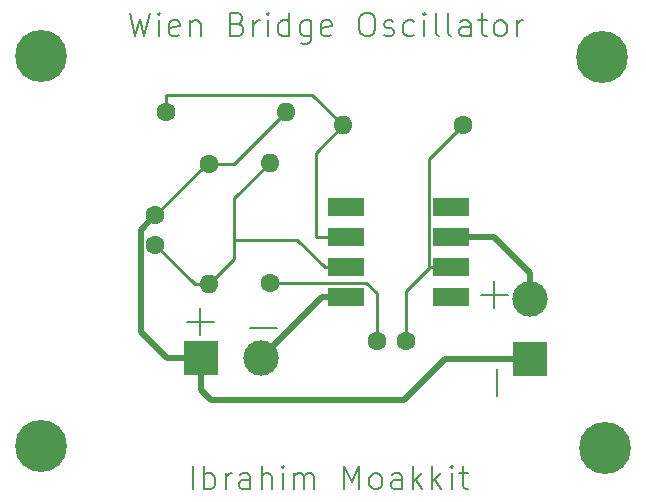
<source format=gbr>
%TF.GenerationSoftware,KiCad,Pcbnew,(5.1.7)-1*%
%TF.CreationDate,2022-10-27T22:03:01+03:00*%
%TF.ProjectId,wien_osc,7769656e-5f6f-4736-932e-6b696361645f,rev?*%
%TF.SameCoordinates,Original*%
%TF.FileFunction,Copper,L1,Top*%
%TF.FilePolarity,Positive*%
%FSLAX46Y46*%
G04 Gerber Fmt 4.6, Leading zero omitted, Abs format (unit mm)*
G04 Created by KiCad (PCBNEW (5.1.7)-1) date 2022-10-27 22:03:01*
%MOMM*%
%LPD*%
G01*
G04 APERTURE LIST*
%TA.AperFunction,NonConductor*%
%ADD10C,0.150000*%
%TD*%
%TA.AperFunction,ComponentPad*%
%ADD11C,4.400000*%
%TD*%
%TA.AperFunction,SMDPad,CuDef*%
%ADD12R,3.100000X1.600000*%
%TD*%
%TA.AperFunction,ComponentPad*%
%ADD13O,1.600000X1.600000*%
%TD*%
%TA.AperFunction,ComponentPad*%
%ADD14C,1.600000*%
%TD*%
%TA.AperFunction,ComponentPad*%
%ADD15C,3.000000*%
%TD*%
%TA.AperFunction,ComponentPad*%
%ADD16R,3.000000X3.000000*%
%TD*%
%TA.AperFunction,Conductor*%
%ADD17C,0.500000*%
%TD*%
%TA.AperFunction,Conductor*%
%ADD18C,0.250000*%
%TD*%
G04 APERTURE END LIST*
D10*
X137828190Y-120538761D02*
X137828190Y-118538761D01*
X138780571Y-120538761D02*
X138780571Y-118538761D01*
X138780571Y-119300666D02*
X138971047Y-119205428D01*
X139352000Y-119205428D01*
X139542476Y-119300666D01*
X139637714Y-119395904D01*
X139732952Y-119586380D01*
X139732952Y-120157809D01*
X139637714Y-120348285D01*
X139542476Y-120443523D01*
X139352000Y-120538761D01*
X138971047Y-120538761D01*
X138780571Y-120443523D01*
X140590095Y-120538761D02*
X140590095Y-119205428D01*
X140590095Y-119586380D02*
X140685333Y-119395904D01*
X140780571Y-119300666D01*
X140971047Y-119205428D01*
X141161523Y-119205428D01*
X142685333Y-120538761D02*
X142685333Y-119491142D01*
X142590095Y-119300666D01*
X142399619Y-119205428D01*
X142018666Y-119205428D01*
X141828190Y-119300666D01*
X142685333Y-120443523D02*
X142494857Y-120538761D01*
X142018666Y-120538761D01*
X141828190Y-120443523D01*
X141732952Y-120253047D01*
X141732952Y-120062571D01*
X141828190Y-119872095D01*
X142018666Y-119776857D01*
X142494857Y-119776857D01*
X142685333Y-119681619D01*
X143637714Y-120538761D02*
X143637714Y-118538761D01*
X144494857Y-120538761D02*
X144494857Y-119491142D01*
X144399619Y-119300666D01*
X144209142Y-119205428D01*
X143923428Y-119205428D01*
X143732952Y-119300666D01*
X143637714Y-119395904D01*
X145447238Y-120538761D02*
X145447238Y-119205428D01*
X145447238Y-118538761D02*
X145352000Y-118634000D01*
X145447238Y-118729238D01*
X145542476Y-118634000D01*
X145447238Y-118538761D01*
X145447238Y-118729238D01*
X146399619Y-120538761D02*
X146399619Y-119205428D01*
X146399619Y-119395904D02*
X146494857Y-119300666D01*
X146685333Y-119205428D01*
X146971047Y-119205428D01*
X147161523Y-119300666D01*
X147256761Y-119491142D01*
X147256761Y-120538761D01*
X147256761Y-119491142D02*
X147352000Y-119300666D01*
X147542476Y-119205428D01*
X147828190Y-119205428D01*
X148018666Y-119300666D01*
X148113904Y-119491142D01*
X148113904Y-120538761D01*
X150590095Y-120538761D02*
X150590095Y-118538761D01*
X151256761Y-119967333D01*
X151923428Y-118538761D01*
X151923428Y-120538761D01*
X153161523Y-120538761D02*
X152971047Y-120443523D01*
X152875809Y-120348285D01*
X152780571Y-120157809D01*
X152780571Y-119586380D01*
X152875809Y-119395904D01*
X152971047Y-119300666D01*
X153161523Y-119205428D01*
X153447238Y-119205428D01*
X153637714Y-119300666D01*
X153732952Y-119395904D01*
X153828190Y-119586380D01*
X153828190Y-120157809D01*
X153732952Y-120348285D01*
X153637714Y-120443523D01*
X153447238Y-120538761D01*
X153161523Y-120538761D01*
X155542476Y-120538761D02*
X155542476Y-119491142D01*
X155447238Y-119300666D01*
X155256761Y-119205428D01*
X154875809Y-119205428D01*
X154685333Y-119300666D01*
X155542476Y-120443523D02*
X155352000Y-120538761D01*
X154875809Y-120538761D01*
X154685333Y-120443523D01*
X154590095Y-120253047D01*
X154590095Y-120062571D01*
X154685333Y-119872095D01*
X154875809Y-119776857D01*
X155352000Y-119776857D01*
X155542476Y-119681619D01*
X156494857Y-120538761D02*
X156494857Y-118538761D01*
X156685333Y-119776857D02*
X157256761Y-120538761D01*
X157256761Y-119205428D02*
X156494857Y-119967333D01*
X158113904Y-120538761D02*
X158113904Y-118538761D01*
X158304380Y-119776857D02*
X158875809Y-120538761D01*
X158875809Y-119205428D02*
X158113904Y-119967333D01*
X159732952Y-120538761D02*
X159732952Y-119205428D01*
X159732952Y-118538761D02*
X159637714Y-118634000D01*
X159732952Y-118729238D01*
X159828190Y-118634000D01*
X159732952Y-118538761D01*
X159732952Y-118729238D01*
X160399619Y-119205428D02*
X161161523Y-119205428D01*
X160685333Y-118538761D02*
X160685333Y-120253047D01*
X160780571Y-120443523D01*
X160971047Y-120538761D01*
X161161523Y-120538761D01*
X132478952Y-80184761D02*
X132955142Y-82184761D01*
X133336095Y-80756190D01*
X133717047Y-82184761D01*
X134193238Y-80184761D01*
X134955142Y-82184761D02*
X134955142Y-80851428D01*
X134955142Y-80184761D02*
X134859904Y-80280000D01*
X134955142Y-80375238D01*
X135050380Y-80280000D01*
X134955142Y-80184761D01*
X134955142Y-80375238D01*
X136669428Y-82089523D02*
X136478952Y-82184761D01*
X136098000Y-82184761D01*
X135907523Y-82089523D01*
X135812285Y-81899047D01*
X135812285Y-81137142D01*
X135907523Y-80946666D01*
X136098000Y-80851428D01*
X136478952Y-80851428D01*
X136669428Y-80946666D01*
X136764666Y-81137142D01*
X136764666Y-81327619D01*
X135812285Y-81518095D01*
X137621809Y-80851428D02*
X137621809Y-82184761D01*
X137621809Y-81041904D02*
X137717047Y-80946666D01*
X137907523Y-80851428D01*
X138193238Y-80851428D01*
X138383714Y-80946666D01*
X138478952Y-81137142D01*
X138478952Y-82184761D01*
X141621809Y-81137142D02*
X141907523Y-81232380D01*
X142002761Y-81327619D01*
X142098000Y-81518095D01*
X142098000Y-81803809D01*
X142002761Y-81994285D01*
X141907523Y-82089523D01*
X141717047Y-82184761D01*
X140955142Y-82184761D01*
X140955142Y-80184761D01*
X141621809Y-80184761D01*
X141812285Y-80280000D01*
X141907523Y-80375238D01*
X142002761Y-80565714D01*
X142002761Y-80756190D01*
X141907523Y-80946666D01*
X141812285Y-81041904D01*
X141621809Y-81137142D01*
X140955142Y-81137142D01*
X142955142Y-82184761D02*
X142955142Y-80851428D01*
X142955142Y-81232380D02*
X143050380Y-81041904D01*
X143145619Y-80946666D01*
X143336095Y-80851428D01*
X143526571Y-80851428D01*
X144193238Y-82184761D02*
X144193238Y-80851428D01*
X144193238Y-80184761D02*
X144098000Y-80280000D01*
X144193238Y-80375238D01*
X144288476Y-80280000D01*
X144193238Y-80184761D01*
X144193238Y-80375238D01*
X146002761Y-82184761D02*
X146002761Y-80184761D01*
X146002761Y-82089523D02*
X145812285Y-82184761D01*
X145431333Y-82184761D01*
X145240857Y-82089523D01*
X145145619Y-81994285D01*
X145050380Y-81803809D01*
X145050380Y-81232380D01*
X145145619Y-81041904D01*
X145240857Y-80946666D01*
X145431333Y-80851428D01*
X145812285Y-80851428D01*
X146002761Y-80946666D01*
X147812285Y-80851428D02*
X147812285Y-82470476D01*
X147717047Y-82660952D01*
X147621809Y-82756190D01*
X147431333Y-82851428D01*
X147145619Y-82851428D01*
X146955142Y-82756190D01*
X147812285Y-82089523D02*
X147621809Y-82184761D01*
X147240857Y-82184761D01*
X147050380Y-82089523D01*
X146955142Y-81994285D01*
X146859904Y-81803809D01*
X146859904Y-81232380D01*
X146955142Y-81041904D01*
X147050380Y-80946666D01*
X147240857Y-80851428D01*
X147621809Y-80851428D01*
X147812285Y-80946666D01*
X149526571Y-82089523D02*
X149336095Y-82184761D01*
X148955142Y-82184761D01*
X148764666Y-82089523D01*
X148669428Y-81899047D01*
X148669428Y-81137142D01*
X148764666Y-80946666D01*
X148955142Y-80851428D01*
X149336095Y-80851428D01*
X149526571Y-80946666D01*
X149621809Y-81137142D01*
X149621809Y-81327619D01*
X148669428Y-81518095D01*
X152383714Y-80184761D02*
X152764666Y-80184761D01*
X152955142Y-80280000D01*
X153145619Y-80470476D01*
X153240857Y-80851428D01*
X153240857Y-81518095D01*
X153145619Y-81899047D01*
X152955142Y-82089523D01*
X152764666Y-82184761D01*
X152383714Y-82184761D01*
X152193238Y-82089523D01*
X152002761Y-81899047D01*
X151907523Y-81518095D01*
X151907523Y-80851428D01*
X152002761Y-80470476D01*
X152193238Y-80280000D01*
X152383714Y-80184761D01*
X154002761Y-82089523D02*
X154193238Y-82184761D01*
X154574190Y-82184761D01*
X154764666Y-82089523D01*
X154859904Y-81899047D01*
X154859904Y-81803809D01*
X154764666Y-81613333D01*
X154574190Y-81518095D01*
X154288476Y-81518095D01*
X154098000Y-81422857D01*
X154002761Y-81232380D01*
X154002761Y-81137142D01*
X154098000Y-80946666D01*
X154288476Y-80851428D01*
X154574190Y-80851428D01*
X154764666Y-80946666D01*
X156574190Y-82089523D02*
X156383714Y-82184761D01*
X156002761Y-82184761D01*
X155812285Y-82089523D01*
X155717047Y-81994285D01*
X155621809Y-81803809D01*
X155621809Y-81232380D01*
X155717047Y-81041904D01*
X155812285Y-80946666D01*
X156002761Y-80851428D01*
X156383714Y-80851428D01*
X156574190Y-80946666D01*
X157431333Y-82184761D02*
X157431333Y-80851428D01*
X157431333Y-80184761D02*
X157336095Y-80280000D01*
X157431333Y-80375238D01*
X157526571Y-80280000D01*
X157431333Y-80184761D01*
X157431333Y-80375238D01*
X158669428Y-82184761D02*
X158478952Y-82089523D01*
X158383714Y-81899047D01*
X158383714Y-80184761D01*
X159717047Y-82184761D02*
X159526571Y-82089523D01*
X159431333Y-81899047D01*
X159431333Y-80184761D01*
X161336095Y-82184761D02*
X161336095Y-81137142D01*
X161240857Y-80946666D01*
X161050380Y-80851428D01*
X160669428Y-80851428D01*
X160478952Y-80946666D01*
X161336095Y-82089523D02*
X161145619Y-82184761D01*
X160669428Y-82184761D01*
X160478952Y-82089523D01*
X160383714Y-81899047D01*
X160383714Y-81708571D01*
X160478952Y-81518095D01*
X160669428Y-81422857D01*
X161145619Y-81422857D01*
X161336095Y-81327619D01*
X162002761Y-80851428D02*
X162764666Y-80851428D01*
X162288476Y-80184761D02*
X162288476Y-81899047D01*
X162383714Y-82089523D01*
X162574190Y-82184761D01*
X162764666Y-82184761D01*
X163717047Y-82184761D02*
X163526571Y-82089523D01*
X163431333Y-81994285D01*
X163336095Y-81803809D01*
X163336095Y-81232380D01*
X163431333Y-81041904D01*
X163526571Y-80946666D01*
X163717047Y-80851428D01*
X164002761Y-80851428D01*
X164193238Y-80946666D01*
X164288476Y-81041904D01*
X164383714Y-81232380D01*
X164383714Y-81803809D01*
X164288476Y-81994285D01*
X164193238Y-82089523D01*
X164002761Y-82184761D01*
X163717047Y-82184761D01*
X165240857Y-82184761D02*
X165240857Y-80851428D01*
X165240857Y-81232380D02*
X165336095Y-81041904D01*
X165431333Y-80946666D01*
X165621809Y-80851428D01*
X165812285Y-80851428D01*
X163536285Y-112648857D02*
X163536285Y-110363142D01*
X162179142Y-104100285D02*
X164464857Y-104100285D01*
X163322000Y-105243142D02*
X163322000Y-102957428D01*
X137287142Y-106386285D02*
X139572857Y-106386285D01*
X138430000Y-107529142D02*
X138430000Y-105243428D01*
X142621142Y-106894285D02*
X144906857Y-106894285D01*
D11*
%TO.P,H4,1*%
%TO.N,N/C*%
X172720000Y-117094000D03*
%TD*%
D12*
%TO.P,LM741,8*%
%TO.N,Net-(U1-Pad8)*%
X159720280Y-96687640D03*
%TO.P,LM741,4*%
%TO.N,Net-(J1-Pad2)*%
X150830280Y-104307640D03*
%TO.P,LM741,7*%
%TO.N,Net-(J2-Pad2)*%
X159720280Y-99227640D03*
%TO.P,LM741,3*%
%TO.N,Net-(C1-Pad1)*%
X150830280Y-101767640D03*
%TO.P,LM741,6*%
%TO.N,Net-(C2-Pad1)*%
X159720280Y-101767640D03*
%TO.P,LM741,2*%
%TO.N,Net-(R2-Pad1)*%
X150830280Y-99227640D03*
%TO.P,LM741,5*%
%TO.N,Net-(U1-Pad5)*%
X159720280Y-104307640D03*
%TO.P,LM741,1*%
%TO.N,Net-(U1-Pad1)*%
X150830280Y-96687640D03*
%TD*%
D13*
%TO.P,2100 ohm,2*%
%TO.N,Net-(R2-Pad1)*%
X150530560Y-89748360D03*
D14*
%TO.P,2100 ohm,1*%
%TO.N,Net-(C2-Pad1)*%
X160690560Y-89748360D03*
%TD*%
D13*
%TO.P,1k ohm,2*%
%TO.N,Net-(C1-Pad1)*%
X144332960Y-92890340D03*
D14*
%TO.P,1k ohm,1*%
%TO.N,Net-(C2-Pad2)*%
X144332960Y-103050340D03*
%TD*%
D13*
%TO.P,1k ohm,2*%
%TO.N,GND*%
X145719800Y-88595200D03*
D14*
%TO.P,1k ohm,1*%
%TO.N,Net-(R2-Pad1)*%
X135559800Y-88595200D03*
%TD*%
D13*
%TO.P,1k ohm,2*%
%TO.N,Net-(C1-Pad1)*%
X139181840Y-103174800D03*
D14*
%TO.P,1k ohm,1*%
%TO.N,GND*%
X139181840Y-93014800D03*
%TD*%
D15*
%TO.P,9 V,2*%
%TO.N,Net-(J2-Pad2)*%
X166375080Y-104475280D03*
D16*
%TO.P,9 V,1*%
%TO.N,GND*%
X166375080Y-109555280D03*
%TD*%
D15*
%TO.P,9V,2*%
%TO.N,Net-(J1-Pad2)*%
X143570960Y-109468920D03*
D16*
%TO.P,9V,1*%
%TO.N,GND*%
X138490960Y-109468920D03*
%TD*%
D11*
%TO.P,H3,1*%
%TO.N,N/C*%
X172500000Y-83954620D03*
%TD*%
%TO.P,H2,1*%
%TO.N,N/C*%
X125000000Y-116906040D03*
%TD*%
%TO.P,H1,1*%
%TO.N,N/C*%
X125000000Y-83868260D03*
%TD*%
D14*
%TO.P,0.1 uF,2*%
%TO.N,Net-(C2-Pad2)*%
X153395040Y-107955080D03*
%TO.P,0.1 uF,1*%
%TO.N,Net-(C2-Pad1)*%
X155895040Y-107955080D03*
%TD*%
%TO.P,0.1 uF,2*%
%TO.N,GND*%
X134653020Y-97352480D03*
%TO.P,0.1 uF,1*%
%TO.N,Net-(C1-Pad1)*%
X134653020Y-99852480D03*
%TD*%
D17*
%TO.N,GND*%
X166375080Y-109555280D02*
X159141160Y-109555280D01*
X138490960Y-109468920D02*
X138490960Y-112128300D01*
X138490960Y-112128300D02*
X139359640Y-112996980D01*
X155699460Y-112996980D02*
X159141160Y-109555280D01*
X139359640Y-112996980D02*
X155699460Y-112996980D01*
D18*
X138990700Y-93014800D02*
X139181840Y-93014800D01*
X134653020Y-97352480D02*
X138990700Y-93014800D01*
X141300200Y-93014800D02*
X145719800Y-88595200D01*
X139181840Y-93014800D02*
X141300200Y-93014800D01*
D17*
X138490960Y-109468920D02*
X135651240Y-109468920D01*
X133403019Y-98602481D02*
X134653020Y-97352480D01*
X133403019Y-107220699D02*
X133403019Y-98602481D01*
X135651240Y-109468920D02*
X133403019Y-107220699D01*
D18*
%TO.N,Net-(C1-Pad1)*%
X144332960Y-92890340D02*
X141312900Y-95910400D01*
X141312900Y-101043740D02*
X139181840Y-103174800D01*
X146670620Y-99407980D02*
X141312900Y-99407980D01*
X149030280Y-101767640D02*
X146670620Y-99407980D01*
X150830280Y-101767640D02*
X149030280Y-101767640D01*
X141312900Y-99407980D02*
X141312900Y-101043740D01*
X141312900Y-95910400D02*
X141312900Y-99407980D01*
X137975340Y-103174800D02*
X134653020Y-99852480D01*
X139181840Y-103174800D02*
X137975340Y-103174800D01*
%TO.N,Net-(C2-Pad2)*%
X153395040Y-103937398D02*
X153395040Y-107955080D01*
X152507982Y-103050340D02*
X153395040Y-103937398D01*
X144332960Y-103050340D02*
X152507982Y-103050340D01*
%TO.N,Net-(C2-Pad1)*%
X157845279Y-101692639D02*
X157920280Y-101767640D01*
X157845279Y-92593641D02*
X157845279Y-101692639D01*
X160690560Y-89748360D02*
X157845279Y-92593641D01*
X157920280Y-101767640D02*
X159720280Y-101767640D01*
X155895040Y-103792880D02*
X157920280Y-101767640D01*
X155895040Y-107955080D02*
X155895040Y-103792880D01*
D17*
%TO.N,Net-(J1-Pad2)*%
X148732240Y-104307640D02*
X150830280Y-104307640D01*
X143570960Y-109468920D02*
X148732240Y-104307640D01*
D18*
%TO.N,Net-(R2-Pad1)*%
X148239480Y-92039440D02*
X148239480Y-99230180D01*
X150530560Y-89748360D02*
X148239480Y-92039440D01*
X135559800Y-88595200D02*
X135559800Y-87134700D01*
X147916900Y-87134700D02*
X150530560Y-89748360D01*
X135559800Y-87134700D02*
X147916900Y-87134700D01*
X148242020Y-99227640D02*
X148239480Y-99230180D01*
X150830280Y-99227640D02*
X148242020Y-99227640D01*
D17*
%TO.N,Net-(J2-Pad2)*%
X166375080Y-104475280D02*
X166375080Y-102275640D01*
X163327080Y-99227640D02*
X159720280Y-99227640D01*
X166375080Y-102275640D02*
X163327080Y-99227640D01*
%TD*%
M02*

</source>
